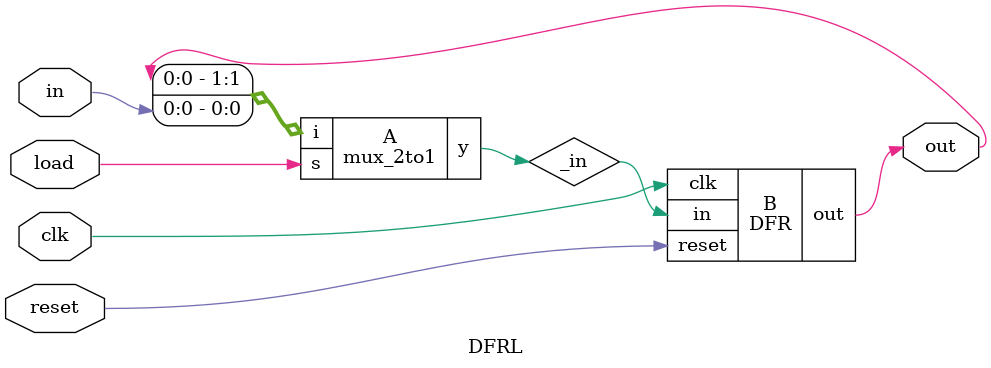
<source format=v>
module AND (
    input wire a, b,
    output wire y
);
    assign y = a & b;
endmodule

module OR (
    input wire a, b,
    output wire y
);
    assign y = a | b;
endmodule

module NOT (
    input wire a,
    output wire y
);
    assign y = !a;
endmodule

module XOR (
    input wire a, b,
    output wire y
);
    assign y = a ^ b;
endmodule

module NAND (
    input wire a, b,
    output wire y
);
    wire x;
    AND p (a, b, x);
    NOT q (x, y);
endmodule

module NOR (
    input wire a, b,
    output wire y
);
    wire x;
    OR p (a, b, x);
    NOT q (x, y);
endmodule

module XNOR (
    input wire a, b,
    output wire y
);
    wire x;
    XOR p (a, b, x);
    NOT q (x, y);
endmodule

module mux_2to1 (
    input wire [1:0] i,
    input wire s,
    output wire y
);
    assign y = s ? i[1] : i[0];
endmodule

module mux_4to1 (
    input wire [3:0] i,
    input wire [1:0] s,
    output wire y
);
    wire [1:0] r;
    mux_2to1 m1 (i[1:0], s[0], r[0]);
    mux_2to1 m2 (i[3:2], s[0], r[1]);
    mux_2to1 m3 (r[1:0], s[1], y);
endmodule

module mux_8to1 (
    input wire [7:0] i,
    input wire [2:0] s,
    output wire y
);
    wire [1:0] x;
    mux_4to1 m1 (i[3:0], s[1:0], x[0]);
    mux_4to1 m2 (i[7:4], s[1:0], x[1]);
    mux_2to1 m3 (x[1:0], s[2], y);
endmodule

module demux_1to2 (
    input wire i,
    input wire s,
    output wire [1:0] o
);
    assign o[0] = s ? 1'b0 : i;
    assign o[1] = s ? i : 1'b0;
endmodule

module demux_1to4 (
    input wire i,
    input wire [1:0] s,
    output wire [3:0] o
);
    wire [1:0] t;
    demux_1to2 A (i, s[1], t[1:0]);
    demux_1to2 B (t[0], s[0], o[1:0]);
    demux_1to2 C (t[1], s[0], o[3:2]);
endmodule

module demux_1to8 (
    input wire i,
    input wire [2:0] s,
    output wire [7:0] o
);
    wire [1:0] t;
    demux_1to2 A (i, s[2], t[1:0]);
    demux_1to4 B (t[0], s[1:0], o[3:0]);
    demux_1to4 C (t[1], s[1:0], o[7:4]);
endmodule

module full_adder (
    input wire a,
    input wire b,
    input wire c_in,
    output wire s,
    output wire c_out
);
    wire [4:0] x;
    
    XOR A (a, b, x[0]);
    XOR B (x[0], c_in, s);

    AND C (a, b, x[1]);
    AND D (b, c_in, x[2]);
    AND E (c_in, a, x[3]);

    OR F (x[1], x[2], x[4]);
    OR G (x[3], x[4], c_out);
endmodule

// D flip flop
module DF (
    input wire clk,
    input wire in,
    output wire out
);
    reg df;
    always@(posedge clk) df <= in;
    assign out = df;
endmodule

// D flip flop with reset enabled
module DFR (
    input wire clk,
    input wire reset,
    input wire in,
    output wire out
);
    wire reset_inverse, df_in;
    NOT A (reset, reset_inverse);
    AND B (in, reset_inverse, df_in);
    DF  C (clk, df_in, out);
endmodule

// D flip flop with reset and load enabled
module DFRL (
    input wire clk,
    input wire reset,
    input wire load,
    input wire in,
    output wire out
);
  wire _in;
  mux_2to1 A ({out, in}, load, _in);
  DFR B (clk, reset, _in, out);
endmodule

</source>
